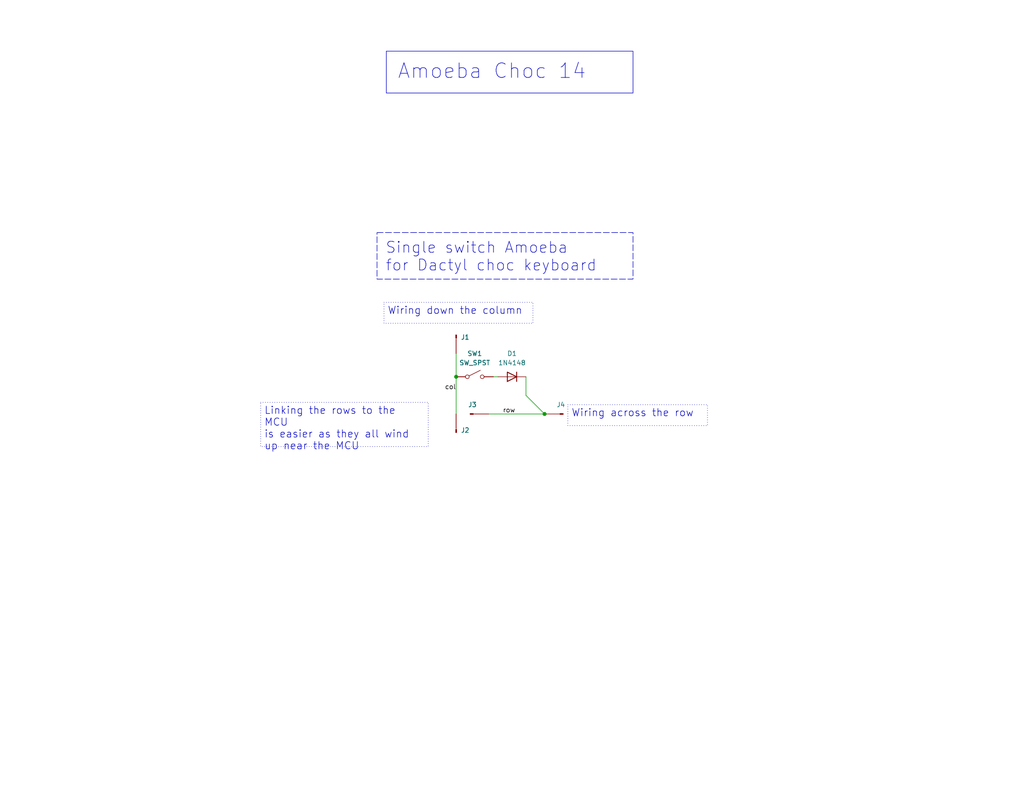
<source format=kicad_sch>
(kicad_sch (version 20250114) (generator "eeschema") (generator_version "9.0")
  (paper "USLetter")
  (title_block (title "Amoeba Choc 14") (date "2025-03-30") (rev "0.1.0-alpha.3") (comment 3 "A choc keyboard single-switch Amoeba PCB with Mill-Max hotswap"))
  (lib_symbols
    (symbol "Conn_01x01_Pin_1" (pin_numbers (hide yes)) (pin_names (offset 1.016) (hide yes))
      (property "Reference" "J" (at 0 2.54 0))
      (property "Value" "Conn_01x01_Pin" (at 0 -2.54 0))
      (symbol "Conn_01x01_Pin_1_1_1"
        (rectangle (start 0.8636 0.127) (end 0 -0.127) (stroke (width 0.1524)) (fill (type outline)))
        (polyline (pts (xy 1.27 0) (xy 0.8636 0)) (stroke (width 0.1524)))
        (pin passive line (at 5.08 0 180) (length 3.81) (name "Pin_1") (number "1"))
      )
    )
    (symbol "Conn_01x01_Pin_2" (pin_numbers (hide yes)) (pin_names (offset 1.016) (hide yes))
      (property "Reference" "J" (at 0 2.54 0))
      (property "Value" "Conn_01x01_Pin" (at 0 -2.54 0))
      (symbol "Conn_01x01_Pin_2_1_1"
        (rectangle (start 0.8636 0.127) (end 0 -0.127) (stroke (width 0.1524)) (fill (type outline)))
        (polyline (pts (xy 1.27 0) (xy 0.8636 0)) (stroke (width 0.1524)))
        (pin passive line (at 5.08 0 180) (length 3.81) (name "Pin_1") (number "1"))
      )
    )
    (symbol "Conn_01x01_Pin_3" (pin_numbers (hide yes)) (pin_names (offset 1.016) (hide yes))
      (property "Reference" "J" (at 0 2.54 0))
      (property "Value" "Conn_01x01_Pin" (at 0 -2.54 0))
      (symbol "Conn_01x01_Pin_3_1_1"
        (rectangle (start 0.8636 0.127) (end 0 -0.127) (stroke (width 0.1524)) (fill (type outline)))
        (polyline (pts (xy 1.27 0) (xy 0.8636 0)) (stroke (width 0.1524)))
        (pin passive line (at 5.08 0 180) (length 3.81) (name "Pin_1") (number "1"))
      )
    )
    (symbol "Connector:Conn_01x01_Pin" (pin_numbers (hide yes)) (pin_names (offset 1.016) (hide yes))
      (property "Reference" "J" (at 0 2.54 0))
      (property "Value" "Conn_01x01_Pin" (at 0 -2.54 0))
      (symbol "Conn_01x01_Pin_1_1"
        (rectangle (start 0.8636 0.127) (end 0 -0.127) (stroke (width 0.1524)) (fill (type outline)))
        (polyline (pts (xy 1.27 0) (xy 0.8636 0)) (stroke (width 0.1524)))
        (pin passive line (at 5.08 0 180) (length 3.81) (name "Pin_1") (number "1"))
      )
    )
    (symbol "Diode:1N4148" (pin_numbers (hide yes)) (pin_names (hide yes))
      (property "Reference" "D" (at 0 2.54 0))
      (property "Value" "1N4148" (at 0 -2.54 0))
      (symbol "1N4148_0_1"
        (polyline (pts (xy -1.27 1.27) (xy -1.27 -1.27)) (stroke (width 0.254)))
        (polyline (pts (xy 1.27 1.27) (xy 1.27 -1.27) (xy -1.27 0) (xy 1.27 1.27)) (stroke (width 0.254)))
        (polyline (pts (xy 1.27 0) (xy -1.27 0)))
      )
      (symbol "1N4148_1_1"
        (pin passive line (at -3.81 0 0) (length 2.54) (name "K") (number "1"))
        (pin passive line (at 3.81 0 180) (length 2.54) (name "A") (number "2"))
      )
    )
    (symbol "Switch:SW_SPST" (pin_numbers (hide yes)) (pin_names (offset 0) (hide yes))
      (property "Reference" "SW" (at 0 3.175 0))
      (property "Value" "SW_SPST" (at 0 -2.54 0))
      (symbol "SW_SPST_0_0"
        (circle (center -2.032 0) (radius 0.508))
        (polyline (pts (xy -1.524 0.254) (xy 1.524 1.778)))
        (circle (center 2.032 0) (radius 0.508))
      )
      (symbol "SW_SPST_1_1"
        (pin passive line (at -5.08 0 0) (length 2.54) (name "A") (number "1"))
        (pin passive line (at 5.08 0 180) (length 2.54) (name "B") (number "2"))
      )
    )
  )
  (text_box "${TITLE}" (at 105.41 13.97 0) (size 67.31 11.43) (margins 3 3 3 3) (effects (font (size 4 4)) (justify left top)))
  (text_box "Linking the rows to the MCU\nis easier as they all wind up near the MCU" (at 71.12 109.855 0) (size 45.72 12.065) (margins 0.9525 0.9525 0.9525 0.9525) (stroke (width 0) (type dot)) (effects (font (size 2 2)) (justify left top)))
  (text_box "Single switch Amoeba\nfor Dactyl choc keyboard" (at 102.87 63.5 0) (size 69.85 12.7) (margins 2.25 2.25 2.25 2.25) (stroke (width 0) (type dash)) (effects (font (size 3 3)) (justify left top)))
  (text_box "Wiring down the column" (at 104.775 82.55 0) (size 40.64 5.715) (margins 0.9525 0.9525 0.9525 0.9525) (stroke (width 0) (type dot)) (effects (font (size 2 2)) (justify left top)))
  (text_box "Wiring across the row" (at 154.94 110.49 0) (size 38.1 5.715) (margins 0.9525 0.9525 0.9525 0.9525) (stroke (width 0) (type dot)) (effects (font (size 2 2)) (justify left top)))
  (junction (at 124.46 102.87))
  (junction (at 148.59 113.03))
  (wire (pts (xy 143.51 107.95) (xy 148.59 113.03)))
  (wire (pts (xy 143.51 102.87) (xy 143.51 107.95)))
  (wire (pts (xy 133.35 113.03) (xy 148.59 113.03)))
  (wire (pts (xy 124.46 96.52) (xy 124.46 102.87)))
  (wire (pts (xy 134.62 102.87) (xy 135.89 102.87)))
  (wire (pts (xy 124.46 102.87) (xy 124.46 113.03)))
  (label "col" (at 124.46 106.68 180))
  (label "row" (at 137.16 113.03 0))
  (symbol (lib_name "Conn_01x01_Pin_2") (lib_id "Connector:Conn_01x01_Pin") (at 128.27 113.03 0) (unit 1) (in_bom no)
    (property "Reference" "J3" (at 128.905 110.49 0))
    (property "Value" "Conn_01x01_Pin" (effects (hide yes)))
    (property "Footprint" "Amoeba_Choc_Nar:Pin_D0.8mm_L7.0mm" (effects (hide yes)))
    (property "Config" "do not fit" (effects (hide yes)))
  )
  (symbol (lib_name "Conn_01x01_Pin_3") (lib_id "Connector:Conn_01x01_Pin") (at 124.46 91.44 270) (unit 1) (in_bom no)
    (property "Reference" "J1" (at 125.73 92.075 90) (effects (justify left)))
    (property "Value" "Conn_01x01_Pin" (effects (hide yes)))
    (property "Footprint" "Amoeba_Choc_Nar:Pin_D0.8mm_L7.0mm" (effects (hide yes)))
    (property "Config" "do not fit" (effects (hide yes)))
  )
  (symbol (lib_id "Switch:SW_SPST") (at 129.54 102.87 0) (unit 1) (in_bom no)
    (property "Reference" "SW1" (at 129.54 96.52 0))
    (property "Value" "SW_SPST" (at 129.54 99.06 0))
    (property "Footprint" "Amoeba_Choc_Nar:pg1350-hotswap" (effects (hide yes)))
    (property "Config" "do not fit" (effects (hide yes)))
  )
  (symbol (lib_id "Diode:1N4148") (at 139.7 102.87 180) (unit 1)
    (property "Reference" "D1" (at 139.7 96.52 0))
    (property "Value" "1N4148" (at 139.7 99.06 0))
    (property "Footprint" "Diode_SMD:D_SOD-323_HandSoldering" (effects (hide yes)))
    (property "Datasheet" "https://assets.nexperia.com/documents/data-sheet/1N4148_1N4448.pdf" (effects (hide yes)))
    (property "Sim.Device" "D" (effects (hide yes)))
    (property "Sim.Pins" "1=K 2=A" (effects (hide yes)))
    (property "LCSC" "C2128" (effects (hide yes)))
  )
  (symbol (lib_id "Connector:Conn_01x01_Pin") (at 153.67 113.03 180) (unit 1) (in_bom no)
    (property "Reference" "J4" (at 153.035 110.49 0))
    (property "Value" "Conn_01x01_Pin" (effects (hide yes)))
    (property "Footprint" "Amoeba_Choc_Nar:Pin_D0.8mm_L7.0mm" (effects (hide yes)))
    (property "Config" "do not fit" (effects (hide yes)))
  )
  (symbol (lib_name "Conn_01x01_Pin_1") (lib_id "Connector:Conn_01x01_Pin") (at 124.46 118.11 90) (unit 1) (in_bom no)
    (property "Reference" "J2" (at 125.73 117.475 90) (effects (justify right)))
    (property "Value" "Conn_01x01_Pin" (effects (hide yes)))
    (property "Footprint" "Amoeba_Choc_Nar:Pin_D0.8mm_L7.0mm" (effects (hide yes)))
    (property "Config" "do not fit" (effects (hide yes)))
  )
)
</source>
